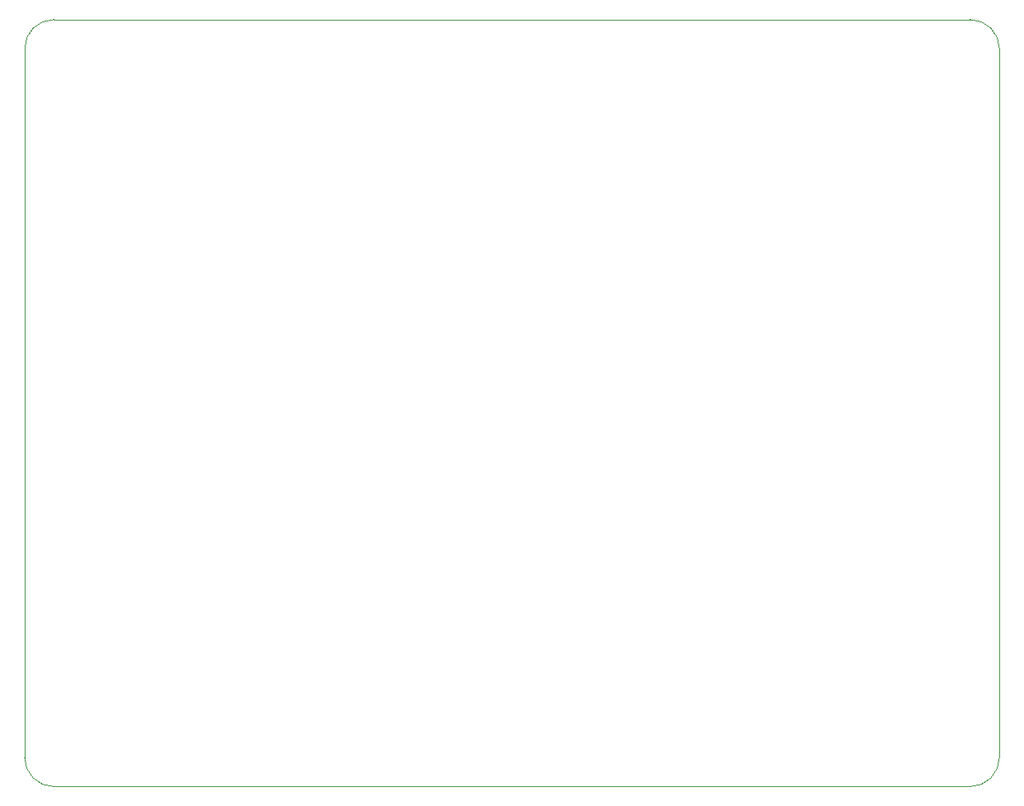
<source format=gbr>
%TF.GenerationSoftware,KiCad,Pcbnew,9.0.3*%
%TF.CreationDate,2025-07-30T12:58:10-07:00*%
%TF.ProjectId,apollo_pcb,61706f6c-6c6f-45f7-9063-622e6b696361,rev?*%
%TF.SameCoordinates,Original*%
%TF.FileFunction,Profile,NP*%
%FSLAX46Y46*%
G04 Gerber Fmt 4.6, Leading zero omitted, Abs format (unit mm)*
G04 Created by KiCad (PCBNEW 9.0.3) date 2025-07-30 12:58:10*
%MOMM*%
%LPD*%
G01*
G04 APERTURE LIST*
%TA.AperFunction,Profile*%
%ADD10C,0.050000*%
%TD*%
G04 APERTURE END LIST*
D10*
X167000000Y-176600000D02*
X72900000Y-176600000D01*
X72900000Y-176600000D02*
G75*
G02*
X69900000Y-173600000I0J3000000D01*
G01*
X170000000Y-173600000D02*
G75*
G02*
X167000000Y-176600000I-3000000J0D01*
G01*
X170000000Y-100800000D02*
X170000000Y-173600000D01*
X69900000Y-100800000D02*
G75*
G02*
X72900000Y-97800000I3000000J0D01*
G01*
X72900000Y-97800000D02*
X167000000Y-97800000D01*
X69900000Y-173600000D02*
X69900000Y-100800000D01*
X167000000Y-97800000D02*
G75*
G02*
X170000000Y-100800000I0J-3000000D01*
G01*
M02*

</source>
